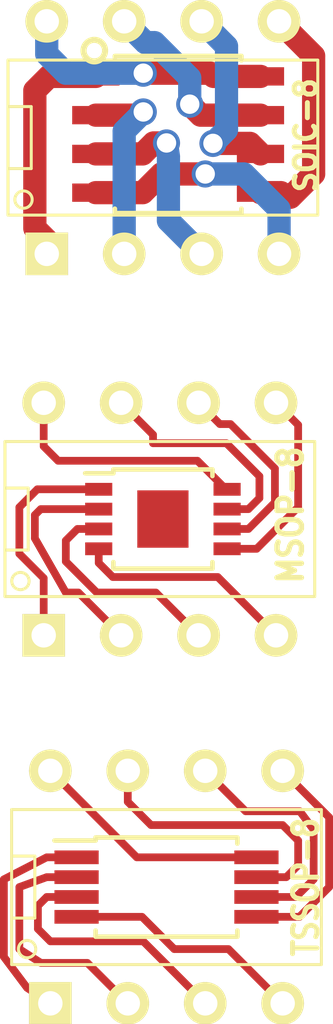
<source format=kicad_pcb>
(kicad_pcb (version 20171130) (host pcbnew 5.1.5-52549c5~86~ubuntu18.04.1)

  (general
    (thickness 1.6002)
    (drawings 3)
    (tracks 135)
    (zones 0)
    (modules 6)
    (nets 25)
  )

  (page A4)
  (title_block
    (date "12 jun 2010")
  )

  (layers
    (0 Component signal)
    (31 Copper signal)
    (32 B.Adhes user)
    (33 F.Adhes user)
    (34 B.Paste user)
    (35 F.Paste user)
    (36 B.SilkS user)
    (37 F.SilkS user)
    (38 B.Mask user)
    (39 F.Mask user)
    (40 Dwgs.User user)
    (41 Cmts.User user)
    (42 Eco1.User user)
    (43 Eco2.User user)
    (44 Edge.Cuts user)
    (45 Margin user)
    (46 B.CrtYd user)
    (47 F.CrtYd user)
  )

  (setup
    (last_trace_width 0.254)
    (user_trace_width 0.254)
    (user_trace_width 0.508)
    (user_trace_width 0.762)
    (user_trace_width 1.016)
    (user_trace_width 1.27)
    (trace_clearance 0.1)
    (zone_clearance 0.5)
    (zone_45_only no)
    (trace_min 0.2032)
    (via_size 0.889)
    (via_drill 0.635)
    (via_min_size 0.889)
    (via_min_drill 0.508)
    (uvia_size 0.508)
    (uvia_drill 0.127)
    (uvias_allowed no)
    (uvia_min_size 0.508)
    (uvia_min_drill 0.127)
    (edge_width 0.09906)
    (segment_width 0.254)
    (pcb_text_width 0.3048)
    (pcb_text_size 1.524 2.032)
    (mod_edge_width 0.254)
    (mod_text_size 1.524 1.524)
    (mod_text_width 0.09906)
    (pad_size 1.99898 1.99898)
    (pad_drill 1.00076)
    (pad_to_mask_clearance 0.1)
    (solder_mask_min_width 0.1)
    (aux_axis_origin 0 0)
    (visible_elements FFFFFF7F)
    (pcbplotparams
      (layerselection 0x010fc_ffffffff)
      (usegerberextensions true)
      (usegerberattributes false)
      (usegerberadvancedattributes false)
      (creategerberjobfile false)
      (excludeedgelayer true)
      (linewidth 0.100000)
      (plotframeref false)
      (viasonmask false)
      (mode 1)
      (useauxorigin false)
      (hpglpennumber 1)
      (hpglpenspeed 20)
      (hpglpendiameter 15.000000)
      (psnegative false)
      (psa4output false)
      (plotreference true)
      (plotvalue true)
      (plotinvisibletext false)
      (padsonsilk false)
      (subtractmaskfromsilk false)
      (outputformat 1)
      (mirror false)
      (drillshape 0)
      (scaleselection 1)
      (outputdirectory "pcb/"))
  )

  (net 0 "")
  (net 1 /a1)
  (net 2 /a2)
  (net 3 /a3)
  (net 4 /a4)
  (net 5 /a5)
  (net 6 /a6)
  (net 7 /a7)
  (net 8 /a8)
  (net 9 /c1)
  (net 10 /c2)
  (net 11 /c3)
  (net 12 /c4)
  (net 13 /c5)
  (net 14 /c6)
  (net 15 /c7)
  (net 16 /c8)
  (net 17 /b8)
  (net 18 /b7)
  (net 19 /b6)
  (net 20 /b5)
  (net 21 /b4)
  (net 22 /b3)
  (net 23 /b2)
  (net 24 /b1)

  (net_class Default "This is the default net class."
    (clearance 0.1)
    (trace_width 0.2032)
    (via_dia 0.889)
    (via_drill 0.635)
    (uvia_dia 0.508)
    (uvia_drill 0.127)
    (diff_pair_width 0.3)
    (diff_pair_gap 0.25)
    (add_net /a1)
    (add_net /a2)
    (add_net /a3)
    (add_net /a4)
    (add_net /a5)
    (add_net /a6)
    (add_net /a7)
    (add_net /a8)
    (add_net /b1)
    (add_net /b2)
    (add_net /b3)
    (add_net /b4)
    (add_net /b5)
    (add_net /b6)
    (add_net /b7)
    (add_net /b8)
    (add_net /c1)
    (add_net /c2)
    (add_net /c3)
    (add_net /c4)
    (add_net /c5)
    (add_net /c6)
    (add_net /c7)
    (add_net /c8)
  )

  (module ted_ICs:TED_DIP-8 (layer Component) (tedit 5F97BA59) (tstamp 5F97BB28)
    (at 143.9 99.9)
    (descr "8 pins DIL package, round pads")
    (tags DIL)
    (path /5F9A2208)
    (fp_text reference U2 (at 0.254 0.127) (layer F.SilkS) hide
      (effects (font (size 1.143 1.143) (thickness 0.28575)))
    )
    (fp_text value Generic_8-pin_Module (at 6.35 0.127 90) (layer F.SilkS) hide
      (effects (font (size 1.143 1.143) (thickness 0.28448)))
    )
    (fp_circle (center -4.572 2.032) (end -4.318 2.159) (layer F.SilkS) (width 0.09906))
    (fp_line (start -5.08 -1.016) (end -4.318 -1.016) (layer F.SilkS) (width 0.09906))
    (fp_line (start -4.318 -1.016) (end -4.318 1.016) (layer F.SilkS) (width 0.09906))
    (fp_line (start -4.318 1.016) (end -5.08 1.016) (layer F.SilkS) (width 0.09906))
    (fp_line (start -5.08 -2.54) (end 5.08 -2.54) (layer F.SilkS) (width 0.09906))
    (fp_line (start 5.08 -2.54) (end 5.08 2.54) (layer F.SilkS) (width 0.09906))
    (fp_line (start 5.08 2.54) (end -5.08 2.54) (layer F.SilkS) (width 0.09906))
    (fp_line (start -5.08 2.54) (end -5.08 -2.54) (layer F.SilkS) (width 0.09906))
    (pad 1 thru_hole rect (at -3.81 3.81) (size 1.397 1.397) (drill 0.8) (layers *.Cu *.Mask F.SilkS)
      (net 1 /a1) (clearance 0.5))
    (pad 2 thru_hole circle (at -1.27 3.81) (size 1.397 1.397) (drill 0.8) (layers *.Cu *.Mask F.SilkS)
      (net 2 /a2) (clearance 0.5))
    (pad 3 thru_hole circle (at 1.27 3.81) (size 1.397 1.397) (drill 0.8) (layers *.Cu *.Mask F.SilkS)
      (net 3 /a3) (clearance 0.5))
    (pad 4 thru_hole circle (at 3.81 3.81) (size 1.397 1.397) (drill 0.8) (layers *.Cu *.Mask F.SilkS)
      (net 4 /a4) (clearance 0.5))
    (pad 5 thru_hole circle (at 3.81 -3.81) (size 1.397 1.397) (drill 0.8) (layers *.Cu *.Mask F.SilkS)
      (net 5 /a5) (clearance 0.5))
    (pad 6 thru_hole circle (at 1.27 -3.81) (size 1.397 1.397) (drill 0.8) (layers *.Cu *.Mask F.SilkS)
      (net 6 /a6) (clearance 0.5))
    (pad 7 thru_hole circle (at -1.27 -3.81) (size 1.397 1.397) (drill 0.8) (layers *.Cu *.Mask F.SilkS)
      (net 7 /a7) (clearance 0.5))
    (pad 8 thru_hole circle (at -3.81 -3.81) (size 1.397 1.397) (drill 0.8) (layers *.Cu *.Mask F.SilkS)
      (net 8 /a8) (clearance 0.5))
    (model dil/dil_14.wrl
      (at (xyz 0 0 0))
      (scale (xyz 1 1 1))
      (rotate (xyz 0 0 0))
    )
  )

  (module ted_ICs:TED_DIP-8 (layer Component) (tedit 5F97BA59) (tstamp 5F97C195)
    (at 144.018 124.46)
    (descr "8 pins DIL package, round pads")
    (tags DIL)
    (path /5F9BBBDB)
    (fp_text reference U5 (at 0.254 0.127) (layer F.SilkS) hide
      (effects (font (size 1.143 1.143) (thickness 0.28575)))
    )
    (fp_text value Generic_8-pin_Module (at 6.35 0.127 90) (layer F.SilkS) hide
      (effects (font (size 1.143 1.143) (thickness 0.28448)))
    )
    (fp_circle (center -4.572 2.032) (end -4.318 2.159) (layer F.SilkS) (width 0.09906))
    (fp_line (start -5.08 -1.016) (end -4.318 -1.016) (layer F.SilkS) (width 0.09906))
    (fp_line (start -4.318 -1.016) (end -4.318 1.016) (layer F.SilkS) (width 0.09906))
    (fp_line (start -4.318 1.016) (end -5.08 1.016) (layer F.SilkS) (width 0.09906))
    (fp_line (start -5.08 -2.54) (end 5.08 -2.54) (layer F.SilkS) (width 0.09906))
    (fp_line (start 5.08 -2.54) (end 5.08 2.54) (layer F.SilkS) (width 0.09906))
    (fp_line (start 5.08 2.54) (end -5.08 2.54) (layer F.SilkS) (width 0.09906))
    (fp_line (start -5.08 2.54) (end -5.08 -2.54) (layer F.SilkS) (width 0.09906))
    (pad 1 thru_hole rect (at -3.81 3.81) (size 1.397 1.397) (drill 0.8) (layers *.Cu *.Mask F.SilkS)
      (net 9 /c1) (clearance 0.5))
    (pad 2 thru_hole circle (at -1.27 3.81) (size 1.397 1.397) (drill 0.8) (layers *.Cu *.Mask F.SilkS)
      (net 10 /c2) (clearance 0.5))
    (pad 3 thru_hole circle (at 1.27 3.81) (size 1.397 1.397) (drill 0.8) (layers *.Cu *.Mask F.SilkS)
      (net 11 /c3) (clearance 0.5))
    (pad 4 thru_hole circle (at 3.81 3.81) (size 1.397 1.397) (drill 0.8) (layers *.Cu *.Mask F.SilkS)
      (net 12 /c4) (clearance 0.5))
    (pad 5 thru_hole circle (at 3.81 -3.81) (size 1.397 1.397) (drill 0.8) (layers *.Cu *.Mask F.SilkS)
      (net 13 /c5) (clearance 0.5))
    (pad 6 thru_hole circle (at 1.27 -3.81) (size 1.397 1.397) (drill 0.8) (layers *.Cu *.Mask F.SilkS)
      (net 14 /c6) (clearance 0.5))
    (pad 7 thru_hole circle (at -1.27 -3.81) (size 1.397 1.397) (drill 0.8) (layers *.Cu *.Mask F.SilkS)
      (net 15 /c7) (clearance 0.5))
    (pad 8 thru_hole circle (at -3.81 -3.81) (size 1.397 1.397) (drill 0.8) (layers *.Cu *.Mask F.SilkS)
      (net 16 /c8) (clearance 0.5))
    (model dil/dil_14.wrl
      (at (xyz 0 0 0))
      (scale (xyz 1 1 1))
      (rotate (xyz 0 0 0))
    )
  )

  (module ted_ICs:TED_DIP-8 (layer Component) (tedit 5F97BA59) (tstamp 5F97B98B)
    (at 143.8 112.4)
    (descr "8 pins DIL package, round pads")
    (tags DIL)
    (path /5F9B6AD2)
    (fp_text reference U6 (at 0.254 0.127) (layer F.SilkS) hide
      (effects (font (size 1.143 1.143) (thickness 0.28575)))
    )
    (fp_text value Generic_8-pin_Module (at 6.35 0.127 90) (layer F.SilkS) hide
      (effects (font (size 1.143 1.143) (thickness 0.28448)))
    )
    (fp_circle (center -4.572 2.032) (end -4.318 2.159) (layer F.SilkS) (width 0.09906))
    (fp_line (start -5.08 -1.016) (end -4.318 -1.016) (layer F.SilkS) (width 0.09906))
    (fp_line (start -4.318 -1.016) (end -4.318 1.016) (layer F.SilkS) (width 0.09906))
    (fp_line (start -4.318 1.016) (end -5.08 1.016) (layer F.SilkS) (width 0.09906))
    (fp_line (start -5.08 -2.54) (end 5.08 -2.54) (layer F.SilkS) (width 0.09906))
    (fp_line (start 5.08 -2.54) (end 5.08 2.54) (layer F.SilkS) (width 0.09906))
    (fp_line (start 5.08 2.54) (end -5.08 2.54) (layer F.SilkS) (width 0.09906))
    (fp_line (start -5.08 2.54) (end -5.08 -2.54) (layer F.SilkS) (width 0.09906))
    (pad 1 thru_hole rect (at -3.81 3.81) (size 1.397 1.397) (drill 0.8) (layers *.Cu *.Mask F.SilkS)
      (net 24 /b1) (clearance 0.5))
    (pad 2 thru_hole circle (at -1.27 3.81) (size 1.397 1.397) (drill 0.8) (layers *.Cu *.Mask F.SilkS)
      (net 23 /b2) (clearance 0.5))
    (pad 3 thru_hole circle (at 1.27 3.81) (size 1.397 1.397) (drill 0.8) (layers *.Cu *.Mask F.SilkS)
      (net 22 /b3) (clearance 0.5))
    (pad 4 thru_hole circle (at 3.81 3.81) (size 1.397 1.397) (drill 0.8) (layers *.Cu *.Mask F.SilkS)
      (net 21 /b4) (clearance 0.5))
    (pad 5 thru_hole circle (at 3.81 -3.81) (size 1.397 1.397) (drill 0.8) (layers *.Cu *.Mask F.SilkS)
      (net 20 /b5) (clearance 0.5))
    (pad 6 thru_hole circle (at 1.27 -3.81) (size 1.397 1.397) (drill 0.8) (layers *.Cu *.Mask F.SilkS)
      (net 19 /b6) (clearance 0.5))
    (pad 7 thru_hole circle (at -1.27 -3.81) (size 1.397 1.397) (drill 0.8) (layers *.Cu *.Mask F.SilkS)
      (net 18 /b7) (clearance 0.5))
    (pad 8 thru_hole circle (at -3.81 -3.81) (size 1.397 1.397) (drill 0.8) (layers *.Cu *.Mask F.SilkS)
      (net 17 /b8) (clearance 0.5))
    (model dil/dil_14.wrl
      (at (xyz 0 0 0))
      (scale (xyz 1 1 1))
      (rotate (xyz 0 0 0))
    )
  )

  (module ted_ICs:SOIC-8 (layer Component) (tedit 5BECBCA7) (tstamp 5F97B310)
    (at 144.4 99.8)
    (descr "8-Lead Plastic Small Outline")
    (path /5F9A1467)
    (attr smd)
    (fp_text reference U1 (at 0 -3.5) (layer F.SilkS) hide
      (effects (font (size 1 1) (thickness 0.15)))
    )
    (fp_text value Generic_8-pin_IC (at 0 3.5) (layer F.Fab)
      (effects (font (size 1 1) (thickness 0.15)))
    )
    (fp_circle (center -2.75 -2.75) (end -2.5 -2.5) (layer F.SilkS) (width 0.2))
    (fp_line (start -3.73 -2.7) (end -3.73 2.7) (layer F.CrtYd) (width 0.05))
    (fp_line (start 3.73 -2.7) (end 3.73 2.7) (layer F.CrtYd) (width 0.05))
    (fp_line (start -3.73 -2.7) (end 3.73 -2.7) (layer F.CrtYd) (width 0.05))
    (fp_line (start -3.73 2.7) (end 3.73 2.7) (layer F.CrtYd) (width 0.05))
    (fp_line (start -2.075 -2.575) (end -2.075 -2.525) (layer F.SilkS) (width 0.15))
    (fp_line (start 2.075 -2.575) (end 2.075 -2.43) (layer F.SilkS) (width 0.15))
    (fp_line (start 2.075 2.575) (end 2.075 2.43) (layer F.SilkS) (width 0.15))
    (fp_line (start -2.075 2.575) (end -2.075 2.43) (layer F.SilkS) (width 0.15))
    (fp_line (start -2.075 -2.575) (end 2.075 -2.575) (layer F.SilkS) (width 0.15))
    (fp_line (start -2.075 2.575) (end 2.075 2.575) (layer F.SilkS) (width 0.15))
    (pad 1 smd rect (at -2.7 -1.905) (size 1.55 0.6) (layers Component F.Paste F.Mask)
      (net 1 /a1))
    (pad 2 smd rect (at -2.7 -0.635) (size 1.55 0.6) (layers Component F.Paste F.Mask)
      (net 2 /a2))
    (pad 3 smd rect (at -2.7 0.635) (size 1.55 0.6) (layers Component F.Paste F.Mask)
      (net 3 /a3))
    (pad 4 smd rect (at -2.7 1.905) (size 1.55 0.6) (layers Component F.Paste F.Mask)
      (net 4 /a4))
    (pad 5 smd rect (at 2.7 1.905) (size 1.55 0.6) (layers Component F.Paste F.Mask)
      (net 5 /a5))
    (pad 6 smd rect (at 2.7 0.635) (size 1.55 0.6) (layers Component F.Paste F.Mask)
      (net 6 /a6))
    (pad 7 smd rect (at 2.7 -0.635) (size 1.55 0.6) (layers Component F.Paste F.Mask)
      (net 7 /a7))
    (pad 8 smd rect (at 2.7 -1.905) (size 1.55 0.6) (layers Component F.Paste F.Mask)
      (net 8 /a8))
    (model ${KISYS3DMOD}/Housings_SOIC.3dshapes/SOIC-8_3.9x4.9mm_Pitch1.27mm.wrl
      (at (xyz 0 0 0))
      (scale (xyz 1 1 1))
      (rotate (xyz 0 0 0))
    )
  )

  (module ted_ICs:TSSOP-8_4.4x3mm_P0.65mm (layer Component) (tedit 5A02F25C) (tstamp 5F97B941)
    (at 144.018 124.46)
    (descr "8-Lead Plastic Thin Shrink Small Outline (ST)-4.4 mm Body [TSSOP] (see Microchip Packaging Specification 00000049BS.pdf)")
    (tags "SSOP 0.65")
    (path /5F9BBBE5)
    (attr smd)
    (fp_text reference U3 (at 0 -2.55) (layer F.SilkS) hide
      (effects (font (size 1 1) (thickness 0.15)))
    )
    (fp_text value Generic_8-pin_IC (at 0 2.55) (layer F.Fab)
      (effects (font (size 1 1) (thickness 0.15)))
    )
    (fp_text user %R (at 0 0) (layer F.Fab)
      (effects (font (size 0.7 0.7) (thickness 0.15)))
    )
    (fp_line (start -2.325 -1.525) (end -3.675 -1.525) (layer F.SilkS) (width 0.15))
    (fp_line (start -2.325 1.625) (end 2.325 1.625) (layer F.SilkS) (width 0.15))
    (fp_line (start -2.325 -1.625) (end 2.325 -1.625) (layer F.SilkS) (width 0.15))
    (fp_line (start -2.325 1.625) (end -2.325 1.425) (layer F.SilkS) (width 0.15))
    (fp_line (start 2.325 1.625) (end 2.325 1.425) (layer F.SilkS) (width 0.15))
    (fp_line (start 2.325 -1.625) (end 2.325 -1.425) (layer F.SilkS) (width 0.15))
    (fp_line (start -2.325 -1.625) (end -2.325 -1.525) (layer F.SilkS) (width 0.15))
    (fp_line (start -3.95 1.8) (end 3.95 1.8) (layer F.CrtYd) (width 0.05))
    (fp_line (start -3.95 -1.8) (end 3.95 -1.8) (layer F.CrtYd) (width 0.05))
    (fp_line (start 3.95 -1.8) (end 3.95 1.8) (layer F.CrtYd) (width 0.05))
    (fp_line (start -3.95 -1.8) (end -3.95 1.8) (layer F.CrtYd) (width 0.05))
    (fp_line (start -2.2 -0.5) (end -1.2 -1.5) (layer F.Fab) (width 0.15))
    (fp_line (start -2.2 1.5) (end -2.2 -0.5) (layer F.Fab) (width 0.15))
    (fp_line (start 2.2 1.5) (end -2.2 1.5) (layer F.Fab) (width 0.15))
    (fp_line (start 2.2 -1.5) (end 2.2 1.5) (layer F.Fab) (width 0.15))
    (fp_line (start -1.2 -1.5) (end 2.2 -1.5) (layer F.Fab) (width 0.15))
    (pad 8 smd rect (at 2.95 -0.975) (size 1.45 0.45) (layers Component F.Paste F.Mask)
      (net 16 /c8))
    (pad 7 smd rect (at 2.95 -0.325) (size 1.45 0.45) (layers Component F.Paste F.Mask)
      (net 15 /c7))
    (pad 6 smd rect (at 2.95 0.325) (size 1.45 0.45) (layers Component F.Paste F.Mask)
      (net 14 /c6))
    (pad 5 smd rect (at 2.95 0.975) (size 1.45 0.45) (layers Component F.Paste F.Mask)
      (net 13 /c5))
    (pad 4 smd rect (at -2.95 0.975) (size 1.45 0.45) (layers Component F.Paste F.Mask)
      (net 12 /c4))
    (pad 3 smd rect (at -2.95 0.325) (size 1.45 0.45) (layers Component F.Paste F.Mask)
      (net 11 /c3))
    (pad 2 smd rect (at -2.95 -0.325) (size 1.45 0.45) (layers Component F.Paste F.Mask)
      (net 10 /c2))
    (pad 1 smd rect (at -2.95 -0.975) (size 1.45 0.45) (layers Component F.Paste F.Mask)
      (net 9 /c1))
    (model ${KISYS3DMOD}/Package_SO.3dshapes/TSSOP-8_4.4x3mm_P0.65mm.wrl
      (at (xyz 0 0 0))
      (scale (xyz 1 1 1))
      (rotate (xyz 0 0 0))
    )
  )

  (module ted_ICs:MSOP-8-1EP_3x3mm_P0.65mm_EP1.68x1.88mm (layer Component) (tedit 5A6725D7) (tstamp 5F97BDBA)
    (at 143.9 112.4)
    (descr "MS8E Package; 8-Lead Plastic MSOP, Exposed Die Pad (see Linear Technology 05081662_K_MS8E.pdf)")
    (tags "SSOP 0.65")
    (path /5F9B6ADC)
    (attr smd)
    (fp_text reference U4 (at 0 -2.55) (layer F.SilkS) hide
      (effects (font (size 1 1) (thickness 0.15)))
    )
    (fp_text value Generic_8-pin_IC (at 0 2.55) (layer F.Fab)
      (effects (font (size 1 1) (thickness 0.15)))
    )
    (fp_text user %R (at 0 0) (layer F.Fab)
      (effects (font (size 0.6 0.6) (thickness 0.09)))
    )
    (fp_line (start -1.625 -1.5) (end -2.55 -1.5) (layer F.SilkS) (width 0.15))
    (fp_line (start -1.625 1.625) (end 1.625 1.625) (layer F.SilkS) (width 0.15))
    (fp_line (start -1.625 -1.625) (end 1.625 -1.625) (layer F.SilkS) (width 0.15))
    (fp_line (start -1.625 1.625) (end -1.625 1.41) (layer F.SilkS) (width 0.15))
    (fp_line (start 1.625 1.625) (end 1.625 1.41) (layer F.SilkS) (width 0.15))
    (fp_line (start 1.625 -1.625) (end 1.625 -1.41) (layer F.SilkS) (width 0.15))
    (fp_line (start -1.625 -1.625) (end -1.625 -1.5) (layer F.SilkS) (width 0.15))
    (fp_line (start -2.8 1.8) (end 2.8 1.8) (layer F.CrtYd) (width 0.05))
    (fp_line (start -2.8 -1.8) (end 2.8 -1.8) (layer F.CrtYd) (width 0.05))
    (fp_line (start 2.8 -1.8) (end 2.8 1.8) (layer F.CrtYd) (width 0.05))
    (fp_line (start -2.8 -1.8) (end -2.8 1.8) (layer F.CrtYd) (width 0.05))
    (fp_line (start -1.5 -0.5) (end -0.5 -1.5) (layer F.Fab) (width 0.15))
    (fp_line (start -1.5 1.5) (end -1.5 -0.5) (layer F.Fab) (width 0.15))
    (fp_line (start 1.5 1.5) (end -1.5 1.5) (layer F.Fab) (width 0.15))
    (fp_line (start 1.5 -1.5) (end 1.5 1.5) (layer F.Fab) (width 0.15))
    (fp_line (start -0.5 -1.5) (end 1.5 -1.5) (layer F.Fab) (width 0.15))
    (pad "" smd rect (at 0.42 -0.47) (size 0.66 0.76) (layers F.Paste))
    (pad "" smd rect (at -0.42 -0.47) (size 0.66 0.76) (layers F.Paste))
    (pad "" smd rect (at -0.42 0.47) (size 0.66 0.76) (layers F.Paste))
    (pad 9 smd rect (at 0 0) (size 1.68 1.88) (layers Component F.Mask))
    (pad "" smd rect (at 0.42 0.47) (size 0.66 0.76) (layers F.Paste))
    (pad 8 smd rect (at 2.105 -0.975) (size 0.89 0.42) (layers Component F.Paste F.Mask)
      (net 17 /b8))
    (pad 7 smd rect (at 2.105 -0.325) (size 0.89 0.42) (layers Component F.Paste F.Mask)
      (net 18 /b7))
    (pad 6 smd rect (at 2.105 0.325) (size 0.89 0.42) (layers Component F.Paste F.Mask)
      (net 19 /b6))
    (pad 5 smd rect (at 2.105 0.975) (size 0.89 0.42) (layers Component F.Paste F.Mask)
      (net 20 /b5))
    (pad 4 smd rect (at -2.105 0.975) (size 0.89 0.42) (layers Component F.Paste F.Mask)
      (net 21 /b4))
    (pad 3 smd rect (at -2.105 0.325) (size 0.89 0.42) (layers Component F.Paste F.Mask)
      (net 22 /b3))
    (pad 2 smd rect (at -2.105 -0.325) (size 0.89 0.42) (layers Component F.Paste F.Mask)
      (net 23 /b2))
    (pad 1 smd rect (at -2.105 -0.975) (size 0.89 0.42) (layers Component F.Paste F.Mask)
      (net 24 /b1))
    (model ${KISYS3DMOD}/Package_SO.3dshapes/MSOP-8-1EP_3x3mm_P0.65mm_EP1.68x1.88mm.wrl
      (at (xyz 0 0 0))
      (scale (xyz 1 1 1))
      (rotate (xyz 0 0 0))
    )
  )

  (gr_text TSSOP-8 (at 148.59 124.46 90) (layer F.SilkS) (tstamp 5F97C8D0)
    (effects (font (size 0.8 0.65) (thickness 0.1625)))
  )
  (gr_text MSOP-8 (at 148.082 112.268 90) (layer F.SilkS) (tstamp 5F97C878)
    (effects (font (size 0.8 0.7) (thickness 0.175)))
  )
  (gr_text SOIC-8 (at 148.59 99.822 90) (layer F.SilkS)
    (effects (font (size 0.7 0.65) (thickness 0.1625)))
  )

  (segment (start 140.163 97.895) (end 141.7 97.895) (width 0.762) (layer Component) (net 1) (status 20))
  (segment (start 139.7 98.358) (end 140.163 97.895) (width 0.762) (layer Component) (net 1))
  (segment (start 139.7 102.87) (end 139.7 98.358) (width 0.762) (layer Component) (net 1))
  (segment (start 140.09 103.26) (end 139.7 102.87) (width 0.762) (layer Component) (net 1) (status 10))
  (segment (start 140.09 103.71) (end 140.09 103.26) (width 0.762) (layer Component) (net 1) (status 30))
  (segment (start 142.63 99.686) (end 142.63 103.71) (width 0.762) (layer Copper) (net 2) (status 20))
  (segment (start 143.256 99.06) (end 142.63 99.686) (width 0.762) (layer Copper) (net 2))
  (segment (start 143.151 99.165) (end 141.7 99.165) (width 0.762) (layer Component) (net 2) (status 20))
  (via (at 143.256 99.06) (size 0.889) (drill 0.635) (layers Component Copper) (net 2))
  (segment (start 143.256 99.06) (end 143.151 99.165) (width 0.762) (layer Component) (net 2))
  (segment (start 144.018 100.076) (end 143.596 100.076) (width 0.762) (layer Component) (net 3))
  (segment (start 144.081501 102.621501) (end 145.17 103.71) (width 0.762) (layer Copper) (net 3) (status 20))
  (segment (start 144.018 100.076) (end 144.081501 100.520499) (width 0.762) (layer Copper) (net 3))
  (segment (start 143.596 100.076) (end 143.237 100.435) (width 0.762) (layer Component) (net 3))
  (via (at 144.018 100.076) (size 0.889) (drill 0.635) (layers Component Copper) (net 3))
  (segment (start 143.237 100.435) (end 141.7 100.435) (width 0.762) (layer Component) (net 3) (status 20))
  (segment (start 144.081501 100.520499) (end 144.081501 102.621501) (width 0.762) (layer Copper) (net 3))
  (segment (start 143.237 101.705) (end 143.85 101.092) (width 0.762) (layer Component) (net 4))
  (segment (start 141.7 101.705) (end 143.237 101.705) (width 0.762) (layer Component) (net 4) (status 10))
  (segment (start 143.85 101.092) (end 145.288 101.092) (width 0.762) (layer Component) (net 4))
  (via (at 145.288 101.092) (size 0.889) (drill 0.635) (layers Component Copper) (net 4))
  (segment (start 145.288 101.092) (end 146.558 101.092) (width 0.762) (layer Copper) (net 4))
  (segment (start 147.71 102.244) (end 147.71 103.71) (width 0.762) (layer Copper) (net 4) (status 20))
  (segment (start 146.558 101.092) (end 147.71 102.244) (width 0.762) (layer Copper) (net 4))
  (segment (start 147.770802 101.705) (end 147.919802 101.854) (width 0.762) (layer Component) (net 5) (status 10))
  (segment (start 147.1 101.705) (end 147.770802 101.705) (width 0.762) (layer Component) (net 5) (status 30))
  (segment (start 147.919802 101.854) (end 148.082 101.854) (width 0.762) (layer Component) (net 5))
  (segment (start 148.082 101.854) (end 148.844 101.092) (width 0.762) (layer Component) (net 5))
  (segment (start 148.844 97.224) (end 147.71 96.09) (width 0.762) (layer Component) (net 5) (status 20))
  (segment (start 148.844 101.092) (end 148.844 97.224) (width 0.762) (layer Component) (net 5))
  (via (at 145.542 100.0905) (size 0.889) (drill 0.635) (layers Component Copper) (net 6))
  (segment (start 147.1 100.435) (end 146.7555 100.0905) (width 0.762) (layer Component) (net 6) (status 10))
  (segment (start 146.7555 100.0905) (end 145.542 100.0905) (width 0.762) (layer Component) (net 6))
  (segment (start 145.868499 96.788499) (end 145.17 96.09) (width 0.762) (layer Copper) (net 6) (status 20))
  (segment (start 145.986499 99.646001) (end 145.986499 96.906499) (width 0.762) (layer Copper) (net 6))
  (segment (start 145.986499 96.906499) (end 145.868499 96.788499) (width 0.762) (layer Copper) (net 6))
  (segment (start 145.542 100.0905) (end 145.986499 99.646001) (width 0.762) (layer Copper) (net 6))
  (via (at 144.78 98.806) (size 0.889) (drill 0.635) (layers Component Copper) (net 7))
  (segment (start 147.1 99.165) (end 145.139 99.165) (width 0.762) (layer Component) (net 7) (status 10))
  (segment (start 145.139 99.165) (end 144.78 98.806) (width 0.762) (layer Component) (net 7))
  (segment (start 144.78 98.806) (end 144.78 97.944258) (width 0.762) (layer Copper) (net 7))
  (segment (start 143.328499 96.788499) (end 142.63 96.09) (width 0.762) (layer Copper) (net 7) (status 20))
  (segment (start 143.624241 96.788499) (end 143.328499 96.788499) (width 0.762) (layer Copper) (net 7))
  (segment (start 144.78 97.944258) (end 143.624241 96.788499) (width 0.762) (layer Copper) (net 7))
  (segment (start 140.09 97.164) (end 140.09 96.09) (width 0.762) (layer Copper) (net 8) (status 20))
  (via (at 143.256 97.79) (size 0.889) (drill 0.635) (layers Component Copper) (net 8))
  (segment (start 145.458 97.79) (end 145.563 97.895) (width 0.762) (layer Component) (net 8))
  (segment (start 145.563 97.895) (end 147.1 97.895) (width 0.762) (layer Component) (net 8) (status 20))
  (segment (start 143.256 97.79) (end 145.458 97.79) (width 0.762) (layer Component) (net 8))
  (segment (start 143.256 97.79) (end 140.716 97.79) (width 0.762) (layer Copper) (net 8))
  (segment (start 140.716 97.79) (end 140.09 97.164) (width 0.762) (layer Copper) (net 8))
  (segment (start 141.068 123.485) (end 140.089 123.485) (width 0.254) (layer Component) (net 9) (status 10))
  (segment (start 139.446 127.762) (end 140.208 128.27) (width 0.254) (layer Component) (net 9) (status 20))
  (segment (start 138.684 126.746) (end 139.446 127.762) (width 0.254) (layer Component) (net 9))
  (segment (start 138.684 124.206) (end 138.684 126.746) (width 0.254) (layer Component) (net 9))
  (segment (start 140.089 123.485) (end 138.684 124.206) (width 0.254) (layer Component) (net 9))
  (segment (start 141.422499 126.944499) (end 142.748 128.27) (width 0.254) (layer Component) (net 10) (status 20))
  (segment (start 139.192 126.492) (end 139.898499 126.944499) (width 0.254) (layer Component) (net 10))
  (segment (start 139.898499 126.944499) (end 141.422499 126.944499) (width 0.254) (layer Component) (net 10))
  (segment (start 139.192 124.46) (end 139.192 126.492) (width 0.254) (layer Component) (net 10))
  (segment (start 141.068 124.135) (end 140.089 124.135) (width 0.254) (layer Component) (net 10) (status 10))
  (segment (start 140.089 124.135) (end 139.192 124.46) (width 0.254) (layer Component) (net 10))
  (segment (start 140.089 124.785) (end 141.068 124.785) (width 0.254) (layer Component) (net 11) (status 20))
  (segment (start 139.80001 125.83001) (end 139.80001 125.07399) (width 0.254) (layer Component) (net 11))
  (segment (start 140.208 126.238) (end 139.80001 125.83001) (width 0.254) (layer Component) (net 11))
  (segment (start 139.80001 125.07399) (end 140.089 124.785) (width 0.254) (layer Component) (net 11))
  (segment (start 143.256 126.238) (end 140.208 126.238) (width 0.254) (layer Component) (net 11))
  (segment (start 145.288 128.27) (end 143.256 126.238) (width 0.254) (layer Component) (net 11) (status 10))
  (segment (start 141.068 125.435) (end 143.215 125.435) (width 0.254) (layer Component) (net 12) (status 10))
  (segment (start 143.215 125.435) (end 144.272 126.492) (width 0.254) (layer Component) (net 12))
  (segment (start 146.05 126.492) (end 147.828 128.27) (width 0.254) (layer Component) (net 12) (status 20))
  (segment (start 144.272 126.492) (end 146.05 126.492) (width 0.254) (layer Component) (net 12))
  (segment (start 146.968 125.435) (end 148.377 125.435) (width 0.254) (layer Component) (net 13) (status 10))
  (segment (start 148.377 125.435) (end 149.352 124.46) (width 0.254) (layer Component) (net 13))
  (segment (start 149.352 122.174) (end 147.828 120.65) (width 0.254) (layer Component) (net 13) (status 20))
  (segment (start 149.352 124.46) (end 149.352 122.174) (width 0.254) (layer Component) (net 13))
  (segment (start 148.265 124.785) (end 148.844 124.206) (width 0.254) (layer Component) (net 14))
  (segment (start 146.968 124.785) (end 148.265 124.785) (width 0.254) (layer Component) (net 14) (status 10))
  (segment (start 148.844 124.206) (end 148.844 122.58199) (width 0.254) (layer Component) (net 14))
  (segment (start 145.986499 121.348499) (end 145.288 120.65) (width 0.254) (layer Component) (net 14) (status 20))
  (segment (start 148.844 122.58199) (end 148.391501 121.975501) (width 0.254) (layer Component) (net 14))
  (segment (start 148.391501 121.975501) (end 146.613501 121.975501) (width 0.254) (layer Component) (net 14))
  (segment (start 146.613501 121.975501) (end 145.986499 121.348499) (width 0.254) (layer Component) (net 14))
  (segment (start 142.748 121.666) (end 142.748 120.65) (width 0.254) (layer Component) (net 15) (status 20))
  (segment (start 147.947 124.135) (end 148.336 123.746) (width 0.254) (layer Component) (net 15))
  (segment (start 146.968 124.135) (end 147.947 124.135) (width 0.254) (layer Component) (net 15) (status 10))
  (segment (start 147.828 122.428) (end 143.51 122.428) (width 0.254) (layer Component) (net 15))
  (segment (start 148.336 123.746) (end 148.336 122.936) (width 0.254) (layer Component) (net 15))
  (segment (start 148.336 122.936) (end 147.828 122.428) (width 0.254) (layer Component) (net 15))
  (segment (start 143.51 122.428) (end 142.748 121.666) (width 0.254) (layer Component) (net 15))
  (segment (start 143.043 123.485) (end 140.208 120.65) (width 0.254) (layer Component) (net 16) (status 20))
  (segment (start 146.968 123.485) (end 143.043 123.485) (width 0.254) (layer Component) (net 16) (status 10))
  (segment (start 146.005 111.425) (end 145.969 111.425) (width 0.254) (layer Component) (net 17) (status 30))
  (segment (start 145.969 111.425) (end 145.034 110.49) (width 0.254) (layer Component) (net 17) (status 10))
  (segment (start 145.034 110.49) (end 140.462 110.49) (width 0.254) (layer Component) (net 17))
  (segment (start 139.99 110.018) (end 139.99 108.59) (width 0.254) (layer Component) (net 17) (status 20))
  (segment (start 140.462 110.49) (end 139.99 110.018) (width 0.254) (layer Component) (net 17))
  (segment (start 146.704 112.075) (end 147.066 111.713) (width 0.254) (layer Component) (net 18))
  (segment (start 146.005 112.075) (end 146.704 112.075) (width 0.254) (layer Component) (net 18) (status 10))
  (segment (start 147.066 111.713) (end 147.066 110.998) (width 0.254) (layer Component) (net 18))
  (segment (start 145.983501 109.915501) (end 143.576499 109.915501) (width 0.254) (layer Component) (net 18))
  (segment (start 147.066 110.998) (end 145.983501 109.915501) (width 0.254) (layer Component) (net 18))
  (segment (start 143.576499 109.636499) (end 142.53 108.59) (width 0.254) (layer Component) (net 18) (status 20))
  (segment (start 143.576499 109.915501) (end 143.576499 109.636499) (width 0.254) (layer Component) (net 18))
  (segment (start 146.704 112.725) (end 147.574 111.855) (width 0.254) (layer Component) (net 19))
  (segment (start 146.005 112.725) (end 146.704 112.725) (width 0.254) (layer Component) (net 19) (status 10))
  (segment (start 147.574 111.855) (end 147.574 110.744) (width 0.254) (layer Component) (net 19))
  (segment (start 145.768499 109.288499) (end 145.07 108.59) (width 0.254) (layer Component) (net 19) (status 20))
  (segment (start 146.118499 109.288499) (end 145.768499 109.288499) (width 0.254) (layer Component) (net 19))
  (segment (start 147.574 110.744) (end 146.118499 109.288499) (width 0.254) (layer Component) (net 19))
  (segment (start 146.005 113.375) (end 146.975 113.375) (width 0.254) (layer Component) (net 20) (status 10))
  (segment (start 146.975 113.375) (end 148.336 112.014) (width 0.254) (layer Component) (net 20))
  (segment (start 148.336 109.316) (end 147.61 108.59) (width 0.254) (layer Component) (net 20) (status 20))
  (segment (start 148.336 112.014) (end 148.336 109.316) (width 0.254) (layer Component) (net 20))
  (segment (start 141.795 113.839) (end 142.256 114.3) (width 0.254) (layer Component) (net 21))
  (segment (start 141.795 113.375) (end 141.795 113.839) (width 0.254) (layer Component) (net 21) (status 10))
  (segment (start 145.7 114.3) (end 147.61 116.21) (width 0.254) (layer Component) (net 21) (status 20))
  (segment (start 142.256 114.3) (end 145.7 114.3) (width 0.254) (layer Component) (net 21))
  (segment (start 141.096 112.725) (end 140.716 113.105) (width 0.254) (layer Component) (net 22))
  (segment (start 141.795 112.725) (end 141.096 112.725) (width 0.254) (layer Component) (net 22) (status 10))
  (segment (start 140.716 113.105) (end 140.716 113.792) (width 0.254) (layer Component) (net 22))
  (segment (start 140.716 113.792) (end 141.732 114.808) (width 0.254) (layer Component) (net 22))
  (segment (start 143.668 114.808) (end 145.07 116.21) (width 0.254) (layer Component) (net 22) (status 20))
  (segment (start 141.732 114.808) (end 143.668 114.808) (width 0.254) (layer Component) (net 22))
  (segment (start 139.893 112.075) (end 141.795 112.075) (width 0.254) (layer Component) (net 23) (status 20))
  (segment (start 140.716 114.808) (end 139.7 113.03) (width 0.254) (layer Component) (net 23))
  (segment (start 139.7 112.268) (end 139.893 112.075) (width 0.254) (layer Component) (net 23))
  (segment (start 139.7 113.03) (end 139.7 112.268) (width 0.254) (layer Component) (net 23))
  (segment (start 142.53 116.21) (end 141.128 114.808) (width 0.254) (layer Component) (net 23) (status 10))
  (segment (start 141.128 114.808) (end 140.716 114.808) (width 0.254) (layer Component) (net 23))
  (segment (start 139.99 116.21) (end 139.99 114.336) (width 0.254) (layer Component) (net 24) (status 10))
  (segment (start 139.99 114.336) (end 139.192 113.538) (width 0.254) (layer Component) (net 24))
  (segment (start 139.192 113.538) (end 139.192 112.014) (width 0.254) (layer Component) (net 24))
  (segment (start 139.781 111.425) (end 141.795 111.425) (width 0.254) (layer Component) (net 24) (status 20))
  (segment (start 139.192 112.014) (end 139.781 111.425) (width 0.254) (layer Component) (net 24))

)

</source>
